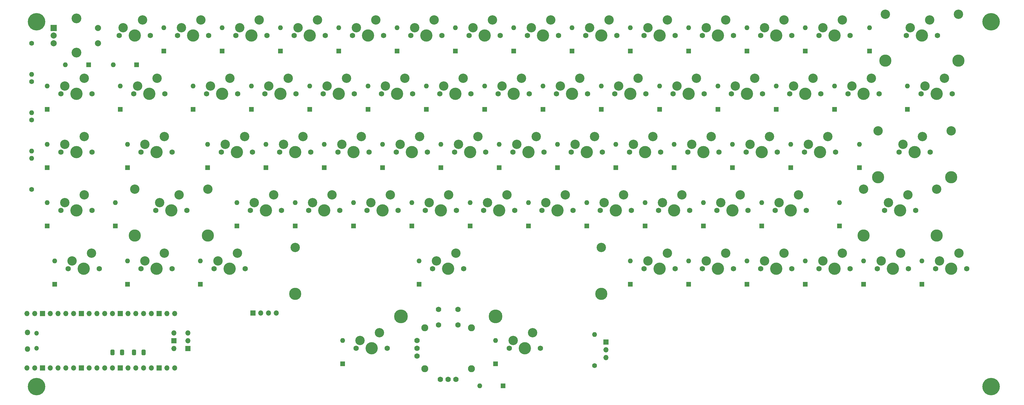
<source format=gts>
%TF.GenerationSoftware,KiCad,Pcbnew,(6.0.5)*%
%TF.CreationDate,2022-06-12T15:49:35-04:00*%
%TF.ProjectId,pico_keyboard_v1,7069636f-5f6b-4657-9962-6f6172645f76,rev?*%
%TF.SameCoordinates,Original*%
%TF.FileFunction,Soldermask,Top*%
%TF.FilePolarity,Negative*%
%FSLAX46Y46*%
G04 Gerber Fmt 4.6, Leading zero omitted, Abs format (unit mm)*
G04 Created by KiCad (PCBNEW (6.0.5)) date 2022-06-12 15:49:35*
%MOMM*%
%LPD*%
G01*
G04 APERTURE LIST*
G04 Aperture macros list*
%AMRoundRect*
0 Rectangle with rounded corners*
0 $1 Rounding radius*
0 $2 $3 $4 $5 $6 $7 $8 $9 X,Y pos of 4 corners*
0 Add a 4 corners polygon primitive as box body*
4,1,4,$2,$3,$4,$5,$6,$7,$8,$9,$2,$3,0*
0 Add four circle primitives for the rounded corners*
1,1,$1+$1,$2,$3*
1,1,$1+$1,$4,$5*
1,1,$1+$1,$6,$7*
1,1,$1+$1,$8,$9*
0 Add four rect primitives between the rounded corners*
20,1,$1+$1,$2,$3,$4,$5,0*
20,1,$1+$1,$4,$5,$6,$7,0*
20,1,$1+$1,$6,$7,$8,$9,0*
20,1,$1+$1,$8,$9,$2,$3,0*%
G04 Aperture macros list end*
%ADD10C,4.500000*%
%ADD11C,5.700000*%
%ADD12C,3.048000*%
%ADD13C,3.987800*%
%ADD14O,1.800000X1.800000*%
%ADD15O,1.500000X1.500000*%
%ADD16O,1.700000X1.700000*%
%ADD17R,1.700000X1.700000*%
%ADD18C,1.778000*%
%ADD19C,2.286000*%
%ADD20C,1.750000*%
%ADD21C,4.000000*%
%ADD22C,3.050000*%
%ADD23R,2.000000X2.000000*%
%ADD24C,2.000000*%
%ADD25C,3.200000*%
%ADD26C,1.600000*%
%ADD27O,1.600000X1.600000*%
%ADD28R,1.600000X1.600000*%
%ADD29RoundRect,0.250000X0.412500X0.650000X-0.412500X0.650000X-0.412500X-0.650000X0.412500X-0.650000X0*%
G04 APERTURE END LIST*
D10*
X204950000Y-181300000D03*
X174000000Y-181300000D03*
D11*
X55000000Y-204250000D03*
X366800000Y-204250000D03*
X366800000Y-85000000D03*
X55000000Y-85000000D03*
D12*
X139468750Y-158740000D03*
X239468750Y-158740000D03*
D13*
X139468750Y-173950000D03*
X239468750Y-173950000D03*
D12*
X325168250Y-139690000D03*
X349044250Y-139690000D03*
D13*
X325168250Y-154900000D03*
X349044250Y-154900000D03*
D12*
X87043250Y-139690000D03*
X110919250Y-139690000D03*
D13*
X87043250Y-154900000D03*
X110919250Y-154900000D03*
D12*
X329930750Y-120640000D03*
X353806750Y-120640000D03*
D13*
X329930750Y-135850000D03*
X353806750Y-135850000D03*
D12*
X332312000Y-82540000D03*
X356188000Y-82540000D03*
D13*
X332312000Y-97750000D03*
X356188000Y-97750000D03*
D14*
X52000000Y-191975000D03*
X52000000Y-186525000D03*
D15*
X55030000Y-186825000D03*
X55030000Y-191675000D03*
D16*
X51870000Y-180360000D03*
X54410000Y-180360000D03*
D17*
X56950000Y-180360000D03*
D16*
X59490000Y-180360000D03*
X62030000Y-180360000D03*
X64570000Y-180360000D03*
X67110000Y-180360000D03*
D17*
X69650000Y-180360000D03*
D16*
X72190000Y-180360000D03*
X74730000Y-180360000D03*
X77270000Y-180360000D03*
X79810000Y-180360000D03*
D17*
X82350000Y-180360000D03*
D16*
X84890000Y-180360000D03*
X87430000Y-180360000D03*
X89970000Y-180360000D03*
X92510000Y-180360000D03*
D17*
X95050000Y-180360000D03*
D16*
X97590000Y-180360000D03*
X100130000Y-180360000D03*
X100130000Y-198140000D03*
X97590000Y-198140000D03*
D17*
X95050000Y-198140000D03*
D16*
X92510000Y-198140000D03*
X89970000Y-198140000D03*
X87430000Y-198140000D03*
X84890000Y-198140000D03*
D17*
X82350000Y-198140000D03*
D16*
X79810000Y-198140000D03*
X77270000Y-198140000D03*
X74730000Y-198140000D03*
X72190000Y-198140000D03*
D17*
X69650000Y-198140000D03*
D16*
X67110000Y-198140000D03*
X64570000Y-198140000D03*
X62030000Y-198140000D03*
X59490000Y-198140000D03*
D17*
X56950000Y-198140000D03*
D16*
X54410000Y-198140000D03*
X51870000Y-198140000D03*
X99900000Y-186710000D03*
D17*
X99900000Y-189250000D03*
D16*
X99900000Y-191790000D03*
D18*
X186293750Y-179025000D03*
X192643750Y-179025000D03*
X186293750Y-184105000D03*
X192643750Y-184105000D03*
X186928750Y-201885000D03*
X189468750Y-201885000D03*
X192008750Y-201885000D03*
D19*
X181848750Y-185057500D03*
X181848750Y-198392500D03*
X197088750Y-198392500D03*
X197088750Y-185057500D03*
D18*
X179308750Y-189185000D03*
X179308750Y-191725000D03*
X179308750Y-194265000D03*
D20*
X358855000Y-165725000D03*
D21*
X353775000Y-165725000D03*
D22*
X349965000Y-163185000D03*
X356315000Y-160645000D03*
D20*
X348695000Y-165725000D03*
X73105000Y-108575000D03*
D21*
X68025000Y-108575000D03*
D22*
X64215000Y-106035000D03*
X70565000Y-103495000D03*
D20*
X62945000Y-108575000D03*
D22*
X351552500Y-103495000D03*
D20*
X343932500Y-108575000D03*
D22*
X345202500Y-106035000D03*
D21*
X349012500Y-108575000D03*
D20*
X354092500Y-108575000D03*
X339170000Y-89525000D03*
D22*
X340440000Y-86985000D03*
D21*
X344250000Y-89525000D03*
D22*
X346790000Y-84445000D03*
D20*
X349330000Y-89525000D03*
X339805000Y-165725000D03*
D21*
X334725000Y-165725000D03*
D22*
X330915000Y-163185000D03*
X337265000Y-160645000D03*
D20*
X329645000Y-165725000D03*
X320755000Y-165725000D03*
D21*
X315675000Y-165725000D03*
D22*
X311865000Y-163185000D03*
X318215000Y-160645000D03*
D20*
X310595000Y-165725000D03*
D22*
X338058750Y-125085000D03*
D20*
X336788750Y-127625000D03*
D22*
X344408750Y-122545000D03*
D20*
X346948750Y-127625000D03*
D21*
X341868750Y-127625000D03*
D20*
X330280000Y-108575000D03*
D21*
X325200000Y-108575000D03*
D22*
X321390000Y-106035000D03*
X327740000Y-103495000D03*
D20*
X320120000Y-108575000D03*
X320755000Y-89525000D03*
D21*
X315675000Y-89525000D03*
D22*
X311865000Y-86985000D03*
X318215000Y-84445000D03*
D20*
X310595000Y-89525000D03*
X301705000Y-165725000D03*
D21*
X296625000Y-165725000D03*
D22*
X292815000Y-163185000D03*
X299165000Y-160645000D03*
D20*
X291545000Y-165725000D03*
D21*
X337106250Y-146675000D03*
D20*
X342186250Y-146675000D03*
D22*
X339646250Y-141595000D03*
X333296250Y-144135000D03*
D20*
X332026250Y-146675000D03*
X315992500Y-127625000D03*
D21*
X310912500Y-127625000D03*
D22*
X307102500Y-125085000D03*
X313452500Y-122545000D03*
D20*
X305832500Y-127625000D03*
X311230000Y-108575000D03*
D21*
X306150000Y-108575000D03*
D22*
X302340000Y-106035000D03*
X308690000Y-103495000D03*
D20*
X301070000Y-108575000D03*
X301705000Y-89525000D03*
D21*
X296625000Y-89525000D03*
D22*
X292815000Y-86985000D03*
X299165000Y-84445000D03*
D20*
X291545000Y-89525000D03*
X73105000Y-146675000D03*
D21*
X68025000Y-146675000D03*
D22*
X64215000Y-144135000D03*
X70565000Y-141595000D03*
D20*
X62945000Y-146675000D03*
X306467500Y-146675000D03*
D21*
X301387500Y-146675000D03*
D22*
X297577500Y-144135000D03*
X303927500Y-141595000D03*
D20*
X296307500Y-146675000D03*
X296942500Y-127625000D03*
D21*
X291862500Y-127625000D03*
D22*
X288052500Y-125085000D03*
X294402500Y-122545000D03*
D20*
X286782500Y-127625000D03*
X292180000Y-108575000D03*
D21*
X287100000Y-108575000D03*
D22*
X283290000Y-106035000D03*
X289640000Y-103495000D03*
D20*
X282020000Y-108575000D03*
X282655000Y-89525000D03*
D21*
X277575000Y-89525000D03*
D22*
X273765000Y-86985000D03*
X280115000Y-84445000D03*
D20*
X272495000Y-89525000D03*
X282655000Y-165725000D03*
D21*
X277575000Y-165725000D03*
D22*
X273765000Y-163185000D03*
X280115000Y-160645000D03*
D20*
X272495000Y-165725000D03*
X287417500Y-146675000D03*
D21*
X282337500Y-146675000D03*
D22*
X278527500Y-144135000D03*
X284877500Y-141595000D03*
D20*
X277257500Y-146675000D03*
X277892500Y-127625000D03*
D21*
X272812500Y-127625000D03*
D22*
X269002500Y-125085000D03*
X275352500Y-122545000D03*
D20*
X267732500Y-127625000D03*
X273130000Y-108575000D03*
D21*
X268050000Y-108575000D03*
D22*
X264240000Y-106035000D03*
X270590000Y-103495000D03*
D20*
X262970000Y-108575000D03*
X263605000Y-89525000D03*
D21*
X258525000Y-89525000D03*
D22*
X254715000Y-86985000D03*
X261065000Y-84445000D03*
D20*
X253445000Y-89525000D03*
X263604999Y-165725000D03*
D21*
X258524999Y-165725000D03*
D22*
X254714999Y-163185000D03*
X261064999Y-160645000D03*
D20*
X253444999Y-165725000D03*
X268367500Y-146675000D03*
D21*
X263287500Y-146675000D03*
D22*
X259477500Y-144135000D03*
X265827500Y-141595000D03*
D20*
X258207500Y-146675000D03*
X258842500Y-127625000D03*
D21*
X253762500Y-127625000D03*
D22*
X249952500Y-125085000D03*
X256302500Y-122545000D03*
D20*
X248682500Y-127625000D03*
X254080000Y-108575000D03*
D21*
X249000000Y-108575000D03*
D22*
X245190000Y-106035000D03*
X251540000Y-103495000D03*
D20*
X243920000Y-108575000D03*
X244555000Y-89525000D03*
D21*
X239475000Y-89525000D03*
D22*
X235665000Y-86985000D03*
X242015000Y-84445000D03*
D20*
X234395000Y-89525000D03*
X249317500Y-146675000D03*
D21*
X244237500Y-146675000D03*
D22*
X240427500Y-144135000D03*
X246777500Y-141595000D03*
D20*
X239157500Y-146675000D03*
X239792500Y-127625000D03*
D21*
X234712500Y-127625000D03*
D22*
X230902500Y-125085000D03*
X237252500Y-122545000D03*
D20*
X229632500Y-127625000D03*
X235030000Y-108575000D03*
D21*
X229950000Y-108575000D03*
D22*
X226140000Y-106035000D03*
X232490000Y-103495000D03*
D20*
X224870000Y-108575000D03*
X225505000Y-89525000D03*
D21*
X220425000Y-89525000D03*
D22*
X216615000Y-86985000D03*
X222965000Y-84445000D03*
D20*
X215345000Y-89525000D03*
X219548750Y-191725000D03*
D21*
X214468750Y-191725000D03*
D22*
X210658750Y-189185000D03*
X217008750Y-186645000D03*
D20*
X209388750Y-191725000D03*
X230267500Y-146675000D03*
D21*
X225187500Y-146675000D03*
D22*
X221377500Y-144135000D03*
X227727500Y-141595000D03*
D20*
X220107500Y-146675000D03*
X220742500Y-127625000D03*
D21*
X215662500Y-127625000D03*
D22*
X211852500Y-125085000D03*
X218202500Y-122545000D03*
D20*
X210582500Y-127625000D03*
X215980000Y-108575000D03*
D21*
X210900000Y-108575000D03*
D22*
X207090000Y-106035000D03*
X213440000Y-103495000D03*
D20*
X205820000Y-108575000D03*
X206455000Y-89525000D03*
D21*
X201375000Y-89525000D03*
D22*
X197565000Y-86985000D03*
X203915000Y-84445000D03*
D20*
X196295000Y-89525000D03*
D22*
X192008750Y-160645000D03*
D21*
X189468750Y-165725000D03*
D20*
X184388750Y-165725000D03*
D22*
X185658750Y-163185000D03*
D20*
X194548750Y-165725000D03*
X211217500Y-146675000D03*
D21*
X206137500Y-146675000D03*
D22*
X202327500Y-144135000D03*
X208677500Y-141595000D03*
D20*
X201057500Y-146675000D03*
X201692500Y-127625000D03*
D21*
X196612500Y-127625000D03*
D22*
X192802500Y-125085000D03*
X199152500Y-122545000D03*
D20*
X191532500Y-127625000D03*
X196930000Y-108575000D03*
D21*
X191850000Y-108575000D03*
D22*
X188040000Y-106035000D03*
X194390000Y-103495000D03*
D20*
X186770000Y-108575000D03*
X187405000Y-89525000D03*
D21*
X182325000Y-89525000D03*
D22*
X178515000Y-86985000D03*
X184865000Y-84445000D03*
D20*
X177245000Y-89525000D03*
X73105000Y-127625000D03*
D21*
X68025000Y-127625000D03*
D22*
X64215000Y-125085000D03*
X70565000Y-122545000D03*
D20*
X62945000Y-127625000D03*
X192167500Y-146675000D03*
D21*
X187087500Y-146675000D03*
D22*
X183277500Y-144135000D03*
X189627500Y-141595000D03*
D20*
X182007500Y-146675000D03*
X182642500Y-127625000D03*
D21*
X177562500Y-127625000D03*
D22*
X173752500Y-125085000D03*
X180102500Y-122545000D03*
D20*
X172482500Y-127625000D03*
X177880000Y-108575000D03*
D21*
X172800000Y-108575000D03*
D22*
X168990000Y-106035000D03*
X175340000Y-103495000D03*
D20*
X167720000Y-108575000D03*
X168355000Y-89525000D03*
D21*
X163275000Y-89525000D03*
D22*
X159465000Y-86985000D03*
X165815000Y-84445000D03*
D20*
X158195000Y-89525000D03*
X169548750Y-191725000D03*
D21*
X164468750Y-191725000D03*
D22*
X160658750Y-189185000D03*
X167008750Y-186645000D03*
D20*
X159388750Y-191725000D03*
X173117500Y-146675000D03*
D21*
X168037500Y-146675000D03*
D22*
X164227500Y-144135000D03*
X170577500Y-141595000D03*
D20*
X162957500Y-146675000D03*
X163592500Y-127625000D03*
D21*
X158512500Y-127625000D03*
D22*
X154702500Y-125085000D03*
X161052500Y-122545000D03*
D20*
X153432500Y-127625000D03*
X158830000Y-108575000D03*
D21*
X153750000Y-108575000D03*
D22*
X149940000Y-106035000D03*
X156290000Y-103495000D03*
D20*
X148670000Y-108575000D03*
X149305000Y-89525000D03*
D21*
X144225000Y-89525000D03*
D22*
X140415000Y-86985000D03*
X146765000Y-84445000D03*
D20*
X139145000Y-89525000D03*
X123111250Y-165725000D03*
D21*
X118031250Y-165725000D03*
D22*
X120571250Y-160645000D03*
X114221250Y-163185000D03*
D20*
X112951250Y-165725000D03*
X154067500Y-146675000D03*
D21*
X148987500Y-146675000D03*
D22*
X145177500Y-144135000D03*
X151527500Y-141595000D03*
D20*
X143907500Y-146675000D03*
X144542500Y-127625000D03*
D21*
X139462500Y-127625000D03*
D22*
X135652500Y-125085000D03*
X142002500Y-122545000D03*
D20*
X134382500Y-127625000D03*
X139780000Y-108575000D03*
D21*
X134700000Y-108575000D03*
D22*
X130890000Y-106035000D03*
X137240000Y-103495000D03*
D20*
X129620000Y-108575000D03*
X130255000Y-89525000D03*
D21*
X125175000Y-89525000D03*
D22*
X121365000Y-86985000D03*
X127715000Y-84445000D03*
D20*
X120095000Y-89525000D03*
X99298750Y-165725000D03*
D21*
X94218750Y-165725000D03*
D22*
X96758750Y-160645000D03*
X90408750Y-163185000D03*
D20*
X89138750Y-165725000D03*
X135017500Y-146675000D03*
D21*
X129937500Y-146675000D03*
D22*
X126127500Y-144135000D03*
X132477500Y-141595000D03*
D20*
X124857500Y-146675000D03*
X125492500Y-127625000D03*
D21*
X120412500Y-127625000D03*
D22*
X116602500Y-125085000D03*
X122952500Y-122545000D03*
D20*
X115332500Y-127625000D03*
X120730000Y-108575000D03*
D21*
X115650000Y-108575000D03*
D22*
X111840000Y-106035000D03*
X118190000Y-103495000D03*
D20*
X110570000Y-108575000D03*
X111205000Y-89525000D03*
D21*
X106125000Y-89525000D03*
D22*
X102315000Y-86985000D03*
X108665000Y-84445000D03*
D20*
X101045000Y-89525000D03*
X75486250Y-165725000D03*
D21*
X70406250Y-165725000D03*
D22*
X72946250Y-160645000D03*
X66596250Y-163185000D03*
D20*
X65326250Y-165725000D03*
D21*
X98981250Y-146675000D03*
D20*
X104061250Y-146675000D03*
D22*
X101521250Y-141595000D03*
D20*
X93901250Y-146675000D03*
D22*
X95171250Y-144135000D03*
D21*
X94218750Y-127625000D03*
D20*
X99298750Y-127625000D03*
X89138750Y-127625000D03*
D22*
X96758750Y-122545000D03*
X90408750Y-125085000D03*
X94377500Y-103495000D03*
D20*
X86757500Y-108575000D03*
D22*
X88027500Y-106035000D03*
D21*
X91837500Y-108575000D03*
D20*
X96917500Y-108575000D03*
X92155000Y-89525000D03*
D21*
X87075000Y-89525000D03*
D22*
X83265000Y-86985000D03*
X89615000Y-84445000D03*
D20*
X81995000Y-89525000D03*
D23*
X60545000Y-87045000D03*
D24*
X60545000Y-92045000D03*
X60545000Y-89545000D03*
D25*
X68045000Y-83945000D03*
X68045000Y-95145000D03*
D24*
X75045000Y-92045000D03*
X75045000Y-87045000D03*
D26*
X237250000Y-197380000D03*
D27*
X237250000Y-187220000D03*
D26*
X53350000Y-92070000D03*
D27*
X53350000Y-102230000D03*
D26*
X53350000Y-104586666D03*
D27*
X53350000Y-114746666D03*
D26*
X53350000Y-117103332D03*
D27*
X53350000Y-127263332D03*
D26*
X53350000Y-139780000D03*
D27*
X53350000Y-129620000D03*
D17*
X241000000Y-189670000D03*
D16*
X241000000Y-192210000D03*
X241000000Y-194750000D03*
D17*
X104450000Y-191775000D03*
D16*
X104450000Y-189235000D03*
X104450000Y-186695000D03*
D17*
X125688750Y-180225000D03*
D16*
X128228750Y-180225000D03*
X130768750Y-180225000D03*
X133308750Y-180225000D03*
D28*
X344250000Y-170805000D03*
D27*
X344250000Y-163185000D03*
D28*
X58500000Y-113655000D03*
D27*
X58500000Y-106035000D03*
D28*
X339487500Y-113655000D03*
D27*
X339487500Y-106035000D03*
D28*
X327150000Y-94610000D03*
D27*
X327150000Y-86990000D03*
D28*
X325200000Y-170805000D03*
D27*
X325200000Y-163185000D03*
D28*
X306150000Y-170805000D03*
D27*
X306150000Y-163185000D03*
D28*
X323850000Y-132705000D03*
D27*
X323850000Y-125085000D03*
D28*
X315675000Y-113655000D03*
D27*
X315675000Y-106035000D03*
D28*
X306150000Y-94605000D03*
D27*
X306150000Y-86985000D03*
D28*
X287100000Y-170805000D03*
D27*
X287100000Y-163185000D03*
D28*
X317300000Y-151755000D03*
D27*
X317300000Y-144135000D03*
D28*
X301387500Y-132705000D03*
D27*
X301387500Y-125085000D03*
D28*
X296625000Y-113655000D03*
D27*
X296625000Y-106035000D03*
D28*
X287100000Y-94605000D03*
D27*
X287100000Y-86985000D03*
D28*
X58500000Y-151755000D03*
D27*
X58500000Y-144135000D03*
D28*
X291862500Y-151755000D03*
D27*
X291862500Y-144135000D03*
D28*
X282337500Y-132705000D03*
D27*
X282337500Y-125085000D03*
D28*
X277575000Y-113655000D03*
D27*
X277575000Y-106035000D03*
D28*
X268050000Y-94605000D03*
D27*
X268050000Y-86985000D03*
D28*
X268050000Y-170805000D03*
D27*
X268050000Y-163185000D03*
D28*
X272812500Y-151755000D03*
D27*
X272812500Y-144135000D03*
D28*
X263287500Y-132705000D03*
D27*
X263287500Y-125085000D03*
D28*
X258525000Y-113655000D03*
D27*
X258525000Y-106035000D03*
D28*
X249000000Y-94605000D03*
D27*
X249000000Y-86985000D03*
D28*
X248999999Y-170805000D03*
D27*
X248999999Y-163185000D03*
D28*
X253762500Y-151755000D03*
D27*
X253762500Y-144135000D03*
D28*
X244237500Y-132705000D03*
D27*
X244237500Y-125085000D03*
D28*
X239475000Y-113655000D03*
D27*
X239475000Y-106035000D03*
D28*
X229950000Y-94605000D03*
D27*
X229950000Y-86985000D03*
D28*
X234712500Y-151755000D03*
D27*
X234712500Y-144135000D03*
D28*
X225187500Y-132705000D03*
D27*
X225187500Y-125085000D03*
D28*
X220425000Y-113655000D03*
D27*
X220425000Y-106035000D03*
D28*
X210900000Y-94605000D03*
D27*
X210900000Y-86985000D03*
D28*
X204943750Y-196805000D03*
D27*
X204943750Y-189185000D03*
D28*
X215662500Y-151755000D03*
D27*
X215662500Y-144135000D03*
D28*
X206137500Y-132705000D03*
D27*
X206137500Y-125085000D03*
D28*
X201375000Y-113655000D03*
D27*
X201375000Y-106035000D03*
D28*
X191850000Y-94605000D03*
D27*
X191850000Y-86985000D03*
D28*
X179943750Y-170805000D03*
D27*
X179943750Y-163185000D03*
D28*
X196612500Y-151755000D03*
D27*
X196612500Y-144135000D03*
D28*
X187087500Y-132705000D03*
D27*
X187087500Y-125085000D03*
D28*
X182325000Y-113655000D03*
D27*
X182325000Y-106035000D03*
D28*
X172800000Y-94605000D03*
D27*
X172800000Y-86985000D03*
D28*
X58500000Y-132705000D03*
D27*
X58500000Y-125085000D03*
D28*
X177562500Y-151755000D03*
D27*
X177562500Y-144135000D03*
D28*
X168037500Y-132705000D03*
D27*
X168037500Y-125085000D03*
D28*
X163275000Y-113655000D03*
D27*
X163275000Y-106035000D03*
D28*
X153750000Y-94605000D03*
D27*
X153750000Y-86985000D03*
D28*
X154943750Y-196805000D03*
D27*
X154943750Y-189185000D03*
D28*
X158512500Y-151755000D03*
D27*
X158512500Y-144135000D03*
D28*
X148987500Y-132705000D03*
D27*
X148987500Y-125085000D03*
D28*
X144225000Y-113655000D03*
D27*
X144225000Y-106035000D03*
D28*
X134700000Y-94605000D03*
D27*
X134700000Y-86985000D03*
D28*
X108506250Y-170805000D03*
D27*
X108506250Y-163185000D03*
D28*
X139462500Y-151755000D03*
D27*
X139462500Y-144135000D03*
D28*
X129937500Y-132705000D03*
D27*
X129937500Y-125085000D03*
D28*
X125175000Y-113655000D03*
D27*
X125175000Y-106035000D03*
D28*
X115649999Y-94605000D03*
D27*
X115649999Y-86985000D03*
D28*
X84693750Y-170805000D03*
D27*
X84693750Y-163185000D03*
D28*
X120412500Y-151755000D03*
D27*
X120412500Y-144135000D03*
D28*
X110887499Y-132705000D03*
D27*
X110887499Y-125085000D03*
D28*
X106125000Y-113655000D03*
D27*
X106125000Y-106035000D03*
D28*
X96600000Y-94605000D03*
D27*
X96600000Y-86985000D03*
D28*
X60881250Y-170805000D03*
D27*
X60881250Y-163185000D03*
X80750000Y-144135000D03*
D28*
X80750000Y-151755000D03*
X84693750Y-132705000D03*
D27*
X84693750Y-125085000D03*
D28*
X82312500Y-113655000D03*
D27*
X82312500Y-106035000D03*
D28*
X87650000Y-99100000D03*
D27*
X80030000Y-99100000D03*
D28*
X72000000Y-99050000D03*
D27*
X64380000Y-99050000D03*
D28*
X207360000Y-203950000D03*
D27*
X199740000Y-203950000D03*
D29*
X82912500Y-193100000D03*
X79787500Y-193100000D03*
X89962500Y-193100000D03*
X86837500Y-193100000D03*
M02*

</source>
